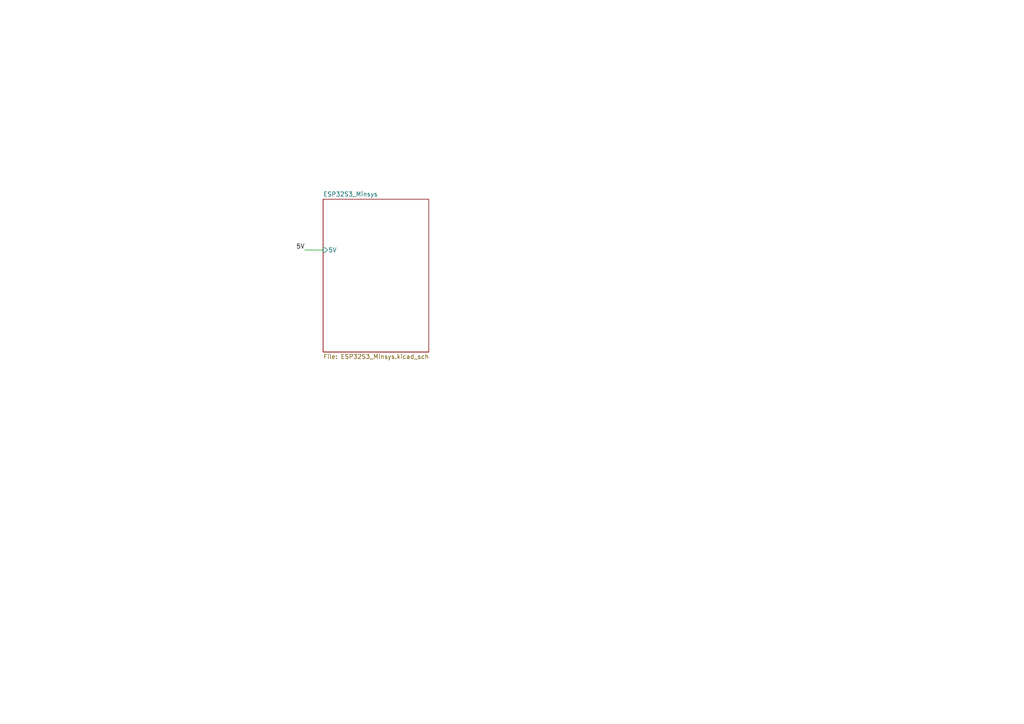
<source format=kicad_sch>
(kicad_sch (version 20230121) (generator eeschema)
  (paper "A4")
  (lib_symbols)
  (wire (pts (xy 88.392 72.517) (xy 93.726 72.517)))
  (label "5V" (at 88.392 72.517 180))
  (sheet (at 93.726 57.785) (size 30.6324 44.323) (stroke (width 0.1524))
    (property "Sheetname" "ESP32S3_Minsys" (at 93.726 57.0734 0) (effects (justify left bottom)))
    (property "Sheetfile" "ESP32S3_Minsys.kicad_sch" (at 93.726 102.6926 0) (effects (justify left top)))
    (pin "5V" input (at 93.726 72.517 180))
  )
)
</source>
